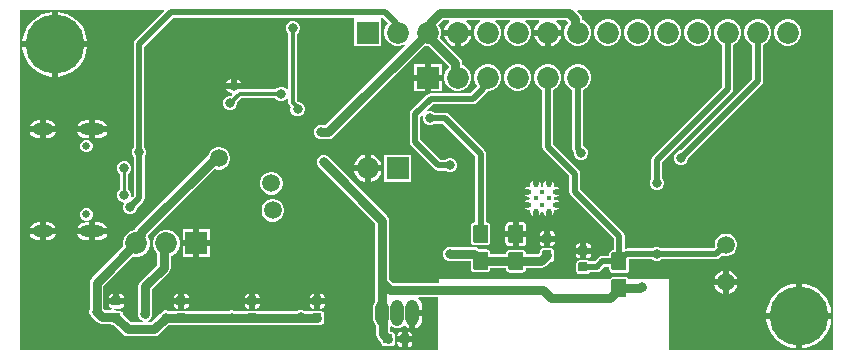
<source format=gbr>
%TF.GenerationSoftware,Altium Limited,Altium Designer,24.0.1 (36)*%
G04 Layer_Physical_Order=2*
G04 Layer_Color=16711680*
%FSLAX45Y45*%
%MOMM*%
%TF.SameCoordinates,A01A54B3-6B64-4A67-9B29-D4FC54FCECB2*%
%TF.FilePolarity,Positive*%
%TF.FileFunction,Copper,L2,Bot,Signal*%
%TF.Part,Single*%
G01*
G75*
%TA.AperFunction,SMDPad,CuDef*%
G04:AMPARAMS|DCode=11|XSize=0.762mm|YSize=0.762mm|CornerRadius=0.0381mm|HoleSize=0mm|Usage=FLASHONLY|Rotation=180.000|XOffset=0mm|YOffset=0mm|HoleType=Round|Shape=RoundedRectangle|*
%AMROUNDEDRECTD11*
21,1,0.76200,0.68580,0,0,180.0*
21,1,0.68580,0.76200,0,0,180.0*
1,1,0.07620,-0.34290,0.34290*
1,1,0.07620,0.34290,0.34290*
1,1,0.07620,0.34290,-0.34290*
1,1,0.07620,-0.34290,-0.34290*
%
%ADD11ROUNDEDRECTD11*%
G04:AMPARAMS|DCode=12|XSize=1.524mm|YSize=1.27mm|CornerRadius=0.09525mm|HoleSize=0mm|Usage=FLASHONLY|Rotation=90.000|XOffset=0mm|YOffset=0mm|HoleType=Round|Shape=RoundedRectangle|*
%AMROUNDEDRECTD12*
21,1,1.52400,1.07950,0,0,90.0*
21,1,1.33350,1.27000,0,0,90.0*
1,1,0.19050,0.53975,0.66675*
1,1,0.19050,0.53975,-0.66675*
1,1,0.19050,-0.53975,-0.66675*
1,1,0.19050,-0.53975,0.66675*
%
%ADD12ROUNDEDRECTD12*%
G04:AMPARAMS|DCode=13|XSize=0.762mm|YSize=0.762mm|CornerRadius=0.0381mm|HoleSize=0mm|Usage=FLASHONLY|Rotation=90.000|XOffset=0mm|YOffset=0mm|HoleType=Round|Shape=RoundedRectangle|*
%AMROUNDEDRECTD13*
21,1,0.76200,0.68580,0,0,90.0*
21,1,0.68580,0.76200,0,0,90.0*
1,1,0.07620,0.34290,0.34290*
1,1,0.07620,0.34290,-0.34290*
1,1,0.07620,-0.34290,-0.34290*
1,1,0.07620,-0.34290,0.34290*
%
%ADD13ROUNDEDRECTD13*%
%TA.AperFunction,Conductor*%
%ADD22C,0.50000*%
%ADD23C,0.75000*%
%ADD24C,0.30000*%
%ADD25C,0.25000*%
%TA.AperFunction,ComponentPad*%
%ADD27O,1.11000X2.22000*%
%ADD28C,1.85000*%
%ADD29R,1.85000X1.85000*%
%ADD30C,0.40000*%
%ADD31C,0.65000*%
%ADD32O,2.10000X1.00000*%
%ADD33O,1.80000X1.00000*%
%ADD34C,5.00000*%
%TA.AperFunction,ViaPad*%
%ADD35C,1.50000*%
%ADD36C,0.80000*%
G36*
X6941373Y2250000D02*
X6941373Y2249999D01*
Y750000D01*
Y58627D01*
X5550000D01*
Y660000D01*
X5213063D01*
X5212587Y662395D01*
X5206061Y672161D01*
X5196295Y678687D01*
X5184775Y680978D01*
X5076825D01*
X5065305Y678687D01*
X5055539Y672161D01*
X5049013Y662395D01*
X5048537Y660000D01*
X3600000D01*
Y628857D01*
X3215794D01*
X3182827Y661824D01*
Y1158240D01*
X3178364Y1180675D01*
X3165655Y1199695D01*
X2678599Y1686751D01*
X2677226Y1690067D01*
X2660347Y1706946D01*
X2638295Y1716080D01*
X2614425D01*
X2592373Y1706946D01*
X2575494Y1690067D01*
X2566360Y1668015D01*
Y1644145D01*
X2575494Y1622093D01*
X2592373Y1605214D01*
X2595689Y1603841D01*
X3065573Y1133956D01*
Y637540D01*
Y481404D01*
X3058251Y471861D01*
X3050643Y453494D01*
X3048049Y433785D01*
Y322785D01*
X3050643Y303076D01*
X3058251Y284709D01*
X3070353Y268938D01*
X3072461Y267320D01*
Y196312D01*
X3076924Y173877D01*
X3089633Y154857D01*
X3116434Y128056D01*
Y118110D01*
X3118282Y108820D01*
X3123544Y100944D01*
X3131420Y95682D01*
X3140710Y93834D01*
X3174699D01*
X3175000Y93774D01*
X3175301Y93834D01*
X3209290D01*
X3218580Y95682D01*
X3226456Y100944D01*
X3231718Y108820D01*
X3233566Y118110D01*
Y152099D01*
X3233626Y152400D01*
X3233566Y152701D01*
Y186690D01*
X3231718Y195980D01*
X3226456Y203856D01*
X3218580Y209118D01*
X3209290Y210966D01*
X3199344D01*
X3189714Y220596D01*
Y258791D01*
X3202414Y265054D01*
X3213124Y256836D01*
X3231491Y249228D01*
X3251200Y246633D01*
X3270909Y249228D01*
X3289276Y256836D01*
X3303156Y267486D01*
X3310229Y269135D01*
X3317899D01*
X3320787Y265372D01*
X3337603Y252468D01*
X3353200Y246008D01*
Y378285D01*
X3378200D01*
Y403285D01*
X3459395D01*
Y433785D01*
X3456628Y454800D01*
X3448517Y474382D01*
X3435613Y491198D01*
X3425572Y498903D01*
X3429883Y511603D01*
X3597000D01*
Y58627D01*
X58626D01*
X58627Y2941373D01*
X1272393Y2941373D01*
X1277253Y2929640D01*
X1030837Y2683223D01*
X1020891Y2668338D01*
X1017399Y2650780D01*
Y1773791D01*
X1012415Y1768807D01*
X1003280Y1746755D01*
Y1722885D01*
X1012415Y1700833D01*
X1020918Y1692329D01*
Y1365205D01*
X1011533Y1355819D01*
X1006481Y1357476D01*
X999800Y1362047D01*
Y1383535D01*
X990666Y1405587D01*
X973787Y1422466D01*
X972937Y1422818D01*
Y1548982D01*
X973787Y1549334D01*
X990666Y1566213D01*
X999800Y1588265D01*
Y1612135D01*
X990666Y1634187D01*
X973787Y1651066D01*
X951735Y1660200D01*
X927865D01*
X905813Y1651066D01*
X888934Y1634187D01*
X879800Y1612135D01*
Y1588265D01*
X888934Y1566213D01*
X905813Y1549334D01*
X906663Y1548982D01*
Y1422818D01*
X905813Y1422466D01*
X888934Y1405587D01*
X879800Y1383535D01*
Y1359665D01*
X888934Y1337613D01*
X905813Y1320734D01*
X927865Y1311600D01*
X930754D01*
X937627Y1298900D01*
X930600Y1281935D01*
Y1258065D01*
X939734Y1236013D01*
X956613Y1219134D01*
X978665Y1210000D01*
X1002535D01*
X1024587Y1219134D01*
X1041466Y1236013D01*
X1050600Y1258065D01*
Y1265114D01*
X1099243Y1313757D01*
X1109189Y1328642D01*
X1112682Y1346200D01*
Y1699369D01*
X1114146Y1700833D01*
X1123280Y1722885D01*
Y1746755D01*
X1114146Y1768807D01*
X1109162Y1773791D01*
Y2631775D01*
X1352505Y2875118D01*
X2887303D01*
X2887500Y2862500D01*
X2887500Y2862418D01*
Y2637500D01*
X3112500D01*
Y2862418D01*
X3112500Y2862500D01*
X3112697Y2875118D01*
X3126706D01*
X3173362Y2828462D01*
X3163978Y2819077D01*
X3149167Y2793423D01*
X3141500Y2764811D01*
Y2735189D01*
X3149167Y2706577D01*
X3163978Y2680924D01*
X3184924Y2659978D01*
X3210577Y2645167D01*
X3239189Y2637500D01*
X3268811D01*
X3297423Y2645167D01*
X3308952Y2651823D01*
X3316750Y2641660D01*
X2639673Y1964583D01*
X2616441D01*
X2615435Y1965000D01*
X2591565D01*
X2569513Y1955866D01*
X2552634Y1938987D01*
X2543500Y1916935D01*
Y1893065D01*
X2552634Y1871013D01*
X2569513Y1854134D01*
X2591565Y1845000D01*
X2615435D01*
X2621060Y1847330D01*
X2663957D01*
X2686392Y1851793D01*
X2705412Y1864501D01*
X3481534Y2640623D01*
X3493189Y2637500D01*
X3512190D01*
X3684217Y2465473D01*
Y2450316D01*
X3671978Y2438077D01*
X3657167Y2412423D01*
X3649500Y2383811D01*
Y2354189D01*
X3657167Y2325577D01*
X3671978Y2299924D01*
X3692924Y2278978D01*
X3718577Y2264167D01*
X3747189Y2256500D01*
X3776811D01*
X3805423Y2264167D01*
X3831077Y2278978D01*
X3852023Y2299924D01*
X3866833Y2325577D01*
X3874500Y2354189D01*
Y2383811D01*
X3866833Y2412423D01*
X3852023Y2438077D01*
X3831077Y2459023D01*
X3805423Y2473833D01*
X3801470Y2474893D01*
Y2489757D01*
X3797007Y2512192D01*
X3784299Y2531212D01*
X3611406Y2704105D01*
X3612833Y2706577D01*
X3620500Y2735189D01*
Y2764811D01*
X3612833Y2793423D01*
X3598924Y2817514D01*
X3637784Y2856373D01*
X3686709D01*
X3689399Y2846333D01*
X3689503Y2843673D01*
X3667977Y2822147D01*
X3652508Y2795353D01*
X3647054Y2775000D01*
X3876946D01*
X3871493Y2795353D01*
X3856024Y2822147D01*
X3834497Y2843673D01*
X3834601Y2846333D01*
X3837291Y2856373D01*
X3949844D01*
X3953247Y2843673D01*
X3946924Y2840023D01*
X3925978Y2819077D01*
X3911167Y2793423D01*
X3903500Y2764811D01*
Y2735189D01*
X3911167Y2706577D01*
X3925978Y2680924D01*
X3946924Y2659978D01*
X3972577Y2645167D01*
X4001189Y2637500D01*
X4030811D01*
X4059423Y2645167D01*
X4085077Y2659978D01*
X4106023Y2680924D01*
X4120833Y2706577D01*
X4128500Y2735189D01*
Y2764811D01*
X4120833Y2793423D01*
X4106023Y2819077D01*
X4085077Y2840023D01*
X4078754Y2843673D01*
X4082156Y2856373D01*
X4203844D01*
X4207247Y2843673D01*
X4200924Y2840023D01*
X4179978Y2819077D01*
X4165167Y2793423D01*
X4157500Y2764811D01*
Y2735189D01*
X4165167Y2706577D01*
X4179978Y2680924D01*
X4200924Y2659978D01*
X4226577Y2645167D01*
X4255189Y2637500D01*
X4284811D01*
X4313423Y2645167D01*
X4339077Y2659978D01*
X4360023Y2680924D01*
X4374833Y2706577D01*
X4382500Y2735189D01*
Y2764811D01*
X4374833Y2793423D01*
X4360023Y2819077D01*
X4339077Y2840023D01*
X4332754Y2843673D01*
X4336156Y2856373D01*
X4448709D01*
X4451399Y2846333D01*
X4451503Y2843673D01*
X4429977Y2822147D01*
X4414508Y2795353D01*
X4409054Y2775000D01*
X4638946D01*
X4633493Y2795353D01*
X4618024Y2822147D01*
X4596497Y2843673D01*
X4596601Y2846333D01*
X4599291Y2856373D01*
X4680717D01*
X4698326Y2838764D01*
Y2829425D01*
X4687978Y2819077D01*
X4673167Y2793423D01*
X4665500Y2764811D01*
Y2735189D01*
X4673167Y2706577D01*
X4687978Y2680924D01*
X4708924Y2659978D01*
X4734577Y2645167D01*
X4763189Y2637500D01*
X4792811D01*
X4821423Y2645167D01*
X4847077Y2659978D01*
X4868023Y2680924D01*
X4882833Y2706577D01*
X4890500Y2735189D01*
Y2764811D01*
X4882833Y2793423D01*
X4868023Y2819077D01*
X4847077Y2840023D01*
X4821423Y2854833D01*
X4815579Y2856399D01*
Y2863047D01*
X4811116Y2885483D01*
X4798408Y2904502D01*
X4773270Y2929640D01*
X4778130Y2941373D01*
X6941373D01*
Y2250000D01*
D02*
G37*
%LPC*%
G36*
X375000Y2924468D02*
Y2675000D01*
X624468D01*
X618229Y2714396D01*
X604852Y2755563D01*
X585201Y2794131D01*
X559758Y2829150D01*
X529151Y2859758D01*
X494132Y2885201D01*
X455563Y2904852D01*
X414396Y2918228D01*
X375000Y2924468D01*
D02*
G37*
G36*
X325000D02*
X285604Y2918228D01*
X244437Y2904852D01*
X205869Y2885201D01*
X170850Y2859758D01*
X140242Y2829150D01*
X114799Y2794131D01*
X95148Y2755563D01*
X81771Y2714396D01*
X75532Y2675000D01*
X325000D01*
Y2924468D01*
D02*
G37*
G36*
X6570811Y2862500D02*
X6541189D01*
X6512577Y2854833D01*
X6486924Y2840023D01*
X6465978Y2819077D01*
X6451167Y2793423D01*
X6443500Y2764811D01*
Y2735189D01*
X6451167Y2706577D01*
X6465978Y2680924D01*
X6486924Y2659978D01*
X6512577Y2645167D01*
X6541189Y2637500D01*
X6570811D01*
X6599423Y2645167D01*
X6625077Y2659978D01*
X6646023Y2680924D01*
X6660833Y2706577D01*
X6668500Y2735189D01*
Y2764811D01*
X6660833Y2793423D01*
X6646023Y2819077D01*
X6625077Y2840023D01*
X6599423Y2854833D01*
X6570811Y2862500D01*
D02*
G37*
G36*
X5808811D02*
X5779189D01*
X5750577Y2854833D01*
X5724924Y2840023D01*
X5703978Y2819077D01*
X5689167Y2793423D01*
X5681500Y2764811D01*
Y2735189D01*
X5689167Y2706577D01*
X5703978Y2680924D01*
X5724924Y2659978D01*
X5750577Y2645167D01*
X5779189Y2637500D01*
X5808811D01*
X5837423Y2645167D01*
X5863077Y2659978D01*
X5884023Y2680924D01*
X5898833Y2706577D01*
X5906500Y2735189D01*
Y2764811D01*
X5898833Y2793423D01*
X5884023Y2819077D01*
X5863077Y2840023D01*
X5837423Y2854833D01*
X5808811Y2862500D01*
D02*
G37*
G36*
X5554811D02*
X5525189D01*
X5496577Y2854833D01*
X5470924Y2840023D01*
X5449978Y2819077D01*
X5435167Y2793423D01*
X5427500Y2764811D01*
Y2735189D01*
X5435167Y2706577D01*
X5449978Y2680924D01*
X5470924Y2659978D01*
X5496577Y2645167D01*
X5525189Y2637500D01*
X5554811D01*
X5583423Y2645167D01*
X5609077Y2659978D01*
X5630023Y2680924D01*
X5644833Y2706577D01*
X5652500Y2735189D01*
Y2764811D01*
X5644833Y2793423D01*
X5630023Y2819077D01*
X5609077Y2840023D01*
X5583423Y2854833D01*
X5554811Y2862500D01*
D02*
G37*
G36*
X5300811D02*
X5271189D01*
X5242577Y2854833D01*
X5216924Y2840023D01*
X5195978Y2819077D01*
X5181167Y2793423D01*
X5173500Y2764811D01*
Y2735189D01*
X5181167Y2706577D01*
X5195978Y2680924D01*
X5216924Y2659978D01*
X5242577Y2645167D01*
X5271189Y2637500D01*
X5300811D01*
X5329423Y2645167D01*
X5355077Y2659978D01*
X5376023Y2680924D01*
X5390833Y2706577D01*
X5398500Y2735189D01*
Y2764811D01*
X5390833Y2793423D01*
X5376023Y2819077D01*
X5355077Y2840023D01*
X5329423Y2854833D01*
X5300811Y2862500D01*
D02*
G37*
G36*
X5046811D02*
X5017189D01*
X4988577Y2854833D01*
X4962924Y2840023D01*
X4941978Y2819077D01*
X4927167Y2793423D01*
X4919500Y2764811D01*
Y2735189D01*
X4927167Y2706577D01*
X4941978Y2680924D01*
X4962924Y2659978D01*
X4988577Y2645167D01*
X5017189Y2637500D01*
X5046811D01*
X5075423Y2645167D01*
X5101077Y2659978D01*
X5122023Y2680924D01*
X5136833Y2706577D01*
X5144500Y2735189D01*
Y2764811D01*
X5136833Y2793423D01*
X5122023Y2819077D01*
X5101077Y2840023D01*
X5075423Y2854833D01*
X5046811Y2862500D01*
D02*
G37*
G36*
X4638946Y2725000D02*
X4549000D01*
Y2635054D01*
X4569353Y2640508D01*
X4596147Y2655977D01*
X4618024Y2677853D01*
X4633493Y2704647D01*
X4638946Y2725000D01*
D02*
G37*
G36*
X4499000D02*
X4409054D01*
X4414508Y2704647D01*
X4429977Y2677853D01*
X4451853Y2655977D01*
X4478647Y2640508D01*
X4499000Y2635054D01*
Y2725000D01*
D02*
G37*
G36*
X3876946D02*
X3787000D01*
Y2635054D01*
X3807353Y2640508D01*
X3834147Y2655977D01*
X3856024Y2677853D01*
X3871493Y2704647D01*
X3876946Y2725000D01*
D02*
G37*
G36*
X3737000D02*
X3647054D01*
X3652508Y2704647D01*
X3667977Y2677853D01*
X3689853Y2655977D01*
X3716647Y2640508D01*
X3737000Y2635054D01*
Y2725000D01*
D02*
G37*
G36*
X3625500Y2486500D02*
X3533000D01*
Y2394000D01*
X3625500D01*
Y2486500D01*
D02*
G37*
G36*
X3483000D02*
X3390500D01*
Y2394000D01*
X3483000D01*
Y2486500D01*
D02*
G37*
G36*
X624468Y2625000D02*
X375000D01*
Y2375531D01*
X414396Y2381771D01*
X455563Y2395147D01*
X494132Y2414799D01*
X529151Y2440241D01*
X559758Y2470849D01*
X585201Y2505868D01*
X604852Y2544436D01*
X618229Y2585604D01*
X624468Y2625000D01*
D02*
G37*
G36*
X325000D02*
X75532D01*
X81771Y2585604D01*
X95148Y2544436D01*
X114799Y2505868D01*
X140242Y2470849D01*
X170850Y2440241D01*
X205869Y2414799D01*
X244437Y2395147D01*
X285604Y2381771D01*
X325000Y2375531D01*
Y2625000D01*
D02*
G37*
G36*
X1889330Y2358764D02*
Y2323170D01*
X1924924D01*
X1924900Y2323259D01*
X1916343Y2338081D01*
X1904241Y2350183D01*
X1889419Y2358740D01*
X1889330Y2358764D01*
D02*
G37*
G36*
X1839330D02*
X1839241Y2358740D01*
X1824420Y2350183D01*
X1812317Y2338081D01*
X1803760Y2323259D01*
X1803736Y2323170D01*
X1839330D01*
Y2358764D01*
D02*
G37*
G36*
X2376675Y2848920D02*
X2352805D01*
X2330753Y2839786D01*
X2313874Y2822907D01*
X2304740Y2800855D01*
Y2776985D01*
X2313874Y2754933D01*
X2329054Y2739753D01*
Y2273272D01*
X2328969Y2273215D01*
X2316354Y2269378D01*
X2302207Y2283526D01*
X2280155Y2292660D01*
X2256285D01*
X2234233Y2283526D01*
X2219053Y2268346D01*
X1936057D01*
X1932629Y2273170D01*
X1803736D01*
X1803760Y2273081D01*
X1812317Y2258259D01*
X1824420Y2246157D01*
X1839241Y2237600D01*
X1848144Y2235214D01*
X1851643Y2223480D01*
X1843622Y2213920D01*
X1824485D01*
X1802433Y2204786D01*
X1785554Y2187907D01*
X1776420Y2165855D01*
Y2141985D01*
X1785554Y2119933D01*
X1802433Y2103054D01*
X1824485Y2093920D01*
X1848355D01*
X1870407Y2103054D01*
X1887286Y2119933D01*
X1896420Y2141985D01*
Y2163453D01*
X1929942Y2196974D01*
X2219053D01*
X2234233Y2181794D01*
X2256285Y2172660D01*
X2280155D01*
X2302207Y2181794D01*
X2316354Y2195942D01*
X2328969Y2192105D01*
X2329054Y2192048D01*
Y2157290D01*
X2331771Y2143634D01*
X2339506Y2132056D01*
X2348639Y2122923D01*
X2345380Y2115055D01*
Y2091185D01*
X2354514Y2069133D01*
X2371393Y2052254D01*
X2393445Y2043120D01*
X2417315D01*
X2439367Y2052254D01*
X2456246Y2069133D01*
X2465380Y2091185D01*
Y2115055D01*
X2456246Y2137107D01*
X2439367Y2153986D01*
X2417315Y2163120D01*
X2409377D01*
X2400426Y2172072D01*
Y2739753D01*
X2415606Y2754933D01*
X2424740Y2776985D01*
Y2800855D01*
X2415606Y2822907D01*
X2398727Y2839786D01*
X2376675Y2848920D01*
D02*
G37*
G36*
X4284811Y2481500D02*
X4255189D01*
X4226577Y2473833D01*
X4200924Y2459023D01*
X4179978Y2438077D01*
X4165167Y2412423D01*
X4157500Y2383811D01*
Y2354189D01*
X4165167Y2325577D01*
X4179978Y2299924D01*
X4200924Y2278978D01*
X4226577Y2264167D01*
X4255189Y2256500D01*
X4284811D01*
X4313423Y2264167D01*
X4339077Y2278978D01*
X4360023Y2299924D01*
X4374833Y2325577D01*
X4382500Y2354189D01*
Y2383811D01*
X4374833Y2412423D01*
X4360023Y2438077D01*
X4339077Y2459023D01*
X4313423Y2473833D01*
X4284811Y2481500D01*
D02*
G37*
G36*
X3625500Y2344000D02*
X3533000D01*
Y2251500D01*
X3625500D01*
Y2344000D01*
D02*
G37*
G36*
X3483000D02*
X3390500D01*
Y2251500D01*
X3483000D01*
Y2344000D01*
D02*
G37*
G36*
X723000Y2007647D02*
X693000D01*
Y1957000D01*
X793824D01*
X788512Y1969823D01*
X776491Y1985491D01*
X760824Y1997512D01*
X742579Y2005069D01*
X723000Y2007647D01*
D02*
G37*
G36*
X643000D02*
X613000D01*
X593421Y2005069D01*
X575176Y1997512D01*
X559509Y1985491D01*
X547488Y1969823D01*
X542176Y1957000D01*
X643000D01*
Y2007647D01*
D02*
G37*
G36*
X290000D02*
X275000D01*
Y1957000D01*
X360824D01*
X355512Y1969823D01*
X343491Y1985491D01*
X327823Y1997512D01*
X309579Y2005069D01*
X290000Y2007647D01*
D02*
G37*
G36*
X225000D02*
X210000D01*
X190421Y2005069D01*
X172177Y1997512D01*
X156509Y1985491D01*
X144488Y1969823D01*
X139176Y1957000D01*
X225000D01*
Y2007647D01*
D02*
G37*
G36*
X793824Y1907000D02*
X693000D01*
Y1856353D01*
X723000D01*
X742579Y1858930D01*
X760824Y1866488D01*
X776491Y1878509D01*
X788512Y1894177D01*
X793824Y1907000D01*
D02*
G37*
G36*
X643000D02*
X542176D01*
X547488Y1894177D01*
X559509Y1878509D01*
X575176Y1866488D01*
X593421Y1858930D01*
X613000Y1856353D01*
X643000D01*
Y1907000D01*
D02*
G37*
G36*
X360824D02*
X275000D01*
Y1856353D01*
X290000D01*
X309579Y1858930D01*
X327823Y1866488D01*
X343491Y1878509D01*
X355512Y1894177D01*
X360824Y1907000D01*
D02*
G37*
G36*
X225000D02*
X139176D01*
X144488Y1894177D01*
X156509Y1878509D01*
X172177Y1866488D01*
X190421Y1858930D01*
X210000Y1856353D01*
X225000D01*
Y1907000D01*
D02*
G37*
G36*
X628443Y1841500D02*
X607557D01*
X588261Y1833507D01*
X573493Y1818739D01*
X565500Y1799443D01*
Y1778557D01*
X573493Y1759261D01*
X588261Y1744493D01*
X607557Y1736500D01*
X628443D01*
X647739Y1744493D01*
X662507Y1759261D01*
X670500Y1778557D01*
Y1799443D01*
X662507Y1818739D01*
X647739Y1833507D01*
X628443Y1841500D01*
D02*
G37*
G36*
X4792811Y2481500D02*
X4763189D01*
X4734577Y2473833D01*
X4708924Y2459023D01*
X4687978Y2438077D01*
X4673167Y2412423D01*
X4665500Y2383811D01*
Y2354189D01*
X4673167Y2325577D01*
X4687978Y2299924D01*
X4708924Y2278978D01*
X4732119Y2265586D01*
Y1767518D01*
X4735611Y1749960D01*
X4743400Y1738303D01*
Y1722065D01*
X4752535Y1700013D01*
X4769413Y1683135D01*
X4791465Y1674000D01*
X4815335D01*
X4837387Y1683135D01*
X4854266Y1700013D01*
X4863400Y1722065D01*
Y1745935D01*
X4854266Y1767987D01*
X4837387Y1784866D01*
X4823882Y1790460D01*
Y2265586D01*
X4847077Y2278978D01*
X4868023Y2299924D01*
X4882833Y2325577D01*
X4890500Y2354189D01*
Y2383811D01*
X4882833Y2412423D01*
X4868023Y2438077D01*
X4847077Y2459023D01*
X4821423Y2473833D01*
X4792811Y2481500D01*
D02*
G37*
G36*
X6316811Y2862500D02*
X6287189D01*
X6258577Y2854833D01*
X6232924Y2840023D01*
X6211978Y2819077D01*
X6197167Y2793423D01*
X6189500Y2764811D01*
Y2735189D01*
X6197167Y2706577D01*
X6211978Y2680924D01*
X6232924Y2659978D01*
X6256119Y2646586D01*
Y2358605D01*
X5649154Y1751640D01*
X5642105D01*
X5620053Y1742506D01*
X5603174Y1725627D01*
X5594040Y1703575D01*
Y1679705D01*
X5603174Y1657653D01*
X5620053Y1640774D01*
X5642105Y1631640D01*
X5665975D01*
X5688027Y1640774D01*
X5704906Y1657653D01*
X5714040Y1679705D01*
Y1686754D01*
X6334443Y2307157D01*
X6344389Y2322042D01*
X6347882Y2339600D01*
Y2646586D01*
X6371077Y2659978D01*
X6392023Y2680924D01*
X6406833Y2706577D01*
X6414500Y2735189D01*
Y2764811D01*
X6406833Y2793423D01*
X6392023Y2819077D01*
X6371077Y2840023D01*
X6345423Y2854833D01*
X6316811Y2862500D01*
D02*
G37*
G36*
X3025000Y1714946D02*
Y1625000D01*
X3114946D01*
X3109493Y1645353D01*
X3094024Y1672147D01*
X3072147Y1694024D01*
X3045353Y1709493D01*
X3025000Y1714946D01*
D02*
G37*
G36*
X2975000Y1714946D02*
X2954647Y1709493D01*
X2927853Y1694024D01*
X2905977Y1672147D01*
X2890508Y1645353D01*
X2885054Y1625000D01*
X2975000D01*
Y1714946D01*
D02*
G37*
G36*
X1752987Y1779020D02*
X1727973D01*
X1703812Y1772546D01*
X1682149Y1760039D01*
X1664461Y1742351D01*
X1651955Y1720688D01*
X1649706Y1712296D01*
X1041962Y1104552D01*
X1029253Y1085532D01*
X1027695Y1077700D01*
X1026589D01*
X997977Y1070033D01*
X972323Y1055222D01*
X951378Y1034277D01*
X936567Y1008623D01*
X928900Y980011D01*
Y950389D01*
X932023Y938733D01*
X662245Y668955D01*
X649536Y649935D01*
X645073Y627500D01*
Y402064D01*
X643700Y398749D01*
Y374879D01*
X652834Y352827D01*
X669713Y335949D01*
X673029Y334575D01*
X706179Y301425D01*
X725199Y288716D01*
X747634Y284253D01*
X821796D01*
X827920Y280161D01*
X837210Y278314D01*
X847156D01*
X928165Y197305D01*
X947185Y184596D01*
X969620Y180133D01*
X1189780D01*
X1212215Y184596D01*
X1231235Y197305D01*
X1312184Y278253D01*
X1831449D01*
X1834765Y276880D01*
X1858635D01*
X1861950Y278253D01*
X2423547D01*
X2430900Y279716D01*
X2438253Y278253D01*
X2571500D01*
X2571802Y278314D01*
X2605790D01*
X2615080Y280161D01*
X2622956Y285424D01*
X2628218Y293300D01*
X2630066Y302590D01*
Y336577D01*
X2630126Y336880D01*
X2630066Y337182D01*
Y371170D01*
X2628218Y380460D01*
X2622956Y388336D01*
X2615080Y393598D01*
X2605790Y395446D01*
X2571802D01*
X2571500Y395506D01*
X2460636D01*
X2442835Y402880D01*
X2418965D01*
X2401164Y395506D01*
X1861950D01*
X1858635Y396880D01*
X1834765D01*
X1831449Y395506D01*
X1303150D01*
X1299835Y396880D01*
X1275965D01*
X1253913Y387745D01*
X1237034Y370867D01*
X1235661Y367551D01*
X1165496Y297387D01*
X1142506D01*
X1139980Y310087D01*
X1151587Y314894D01*
X1168466Y331773D01*
X1177600Y353825D01*
Y377695D01*
X1176227Y381010D01*
Y577696D01*
X1317275Y718745D01*
X1329984Y737765D01*
X1334446Y760200D01*
Y859194D01*
X1338823Y860367D01*
X1364477Y875178D01*
X1385422Y896123D01*
X1400233Y921777D01*
X1407900Y950389D01*
Y980011D01*
X1400233Y1008623D01*
X1385422Y1034277D01*
X1364477Y1055222D01*
X1338823Y1070033D01*
X1310211Y1077700D01*
X1280589D01*
X1251977Y1070033D01*
X1226323Y1055222D01*
X1205378Y1034277D01*
X1190567Y1008623D01*
X1182900Y980011D01*
Y950389D01*
X1190567Y921777D01*
X1205378Y896123D01*
X1217193Y884308D01*
Y784484D01*
X1076145Y643435D01*
X1063436Y624415D01*
X1058973Y601980D01*
Y381010D01*
X1057600Y377695D01*
Y353825D01*
X1066734Y331773D01*
X1083613Y314894D01*
X1095220Y310087D01*
X1092694Y297387D01*
X993904D01*
X930066Y361224D01*
Y371170D01*
X928218Y380460D01*
X922956Y388336D01*
X915080Y393598D01*
X905790Y395446D01*
X874219D01*
X870900Y396106D01*
X868403D01*
X867000Y397044D01*
X851054Y400216D01*
X852305Y412916D01*
X905790D01*
X917031Y415152D01*
X926561Y421519D01*
X932928Y431049D01*
X935164Y442290D01*
Y451580D01*
X871500D01*
X807836D01*
Y442290D01*
X810072Y431049D01*
X816439Y421519D01*
X825969Y415152D01*
X830720Y414206D01*
X829470Y401506D01*
X771918D01*
X762326Y411098D01*
Y603216D01*
X1014933Y855823D01*
X1026589Y852700D01*
X1056211D01*
X1084823Y860367D01*
X1110477Y875178D01*
X1131422Y896123D01*
X1146233Y921777D01*
X1153900Y950389D01*
Y980011D01*
X1146233Y1008623D01*
X1138921Y1021288D01*
X1142043Y1036982D01*
Y1038813D01*
X1700587Y1597356D01*
X1703812Y1595494D01*
X1727973Y1589020D01*
X1752987D01*
X1777149Y1595494D01*
X1798811Y1608001D01*
X1816499Y1625689D01*
X1829006Y1647352D01*
X1835480Y1671513D01*
Y1696527D01*
X1829006Y1720688D01*
X1816499Y1742351D01*
X1798811Y1760039D01*
X1777149Y1772546D01*
X1752987Y1779020D01*
D02*
G37*
G36*
X3366500Y1712500D02*
X3141500D01*
Y1487500D01*
X3366500D01*
Y1712500D01*
D02*
G37*
G36*
X2975000Y1575000D02*
X2885054D01*
X2890508Y1554647D01*
X2905977Y1527853D01*
X2927853Y1505977D01*
X2954647Y1490508D01*
X2975000Y1485054D01*
Y1575000D01*
D02*
G37*
G36*
X3114946D02*
X3025000D01*
Y1485054D01*
X3045353Y1490508D01*
X3072147Y1505977D01*
X3094024Y1527853D01*
X3109493Y1554647D01*
X3114946Y1575000D01*
D02*
G37*
G36*
X4445999Y1494352D02*
Y1456000D01*
X4396000D01*
Y1494352D01*
X4395510Y1494149D01*
X4382851Y1481490D01*
X4376000Y1464951D01*
Y1457733D01*
X4375037Y1446963D01*
X4364267Y1446000D01*
X4357049D01*
X4340509Y1439149D01*
X4327851Y1426490D01*
X4327648Y1426000D01*
X4365999D01*
Y1376000D01*
X4327648D01*
X4327851Y1375510D01*
X4340509Y1362851D01*
X4357049Y1356000D01*
X4364267D01*
X4367114Y1355746D01*
X4372598Y1346000D01*
X4367114Y1336255D01*
X4364267Y1336000D01*
X4357049D01*
X4340509Y1329149D01*
X4327851Y1316490D01*
X4327647Y1315999D01*
X4365999D01*
Y1266000D01*
X4327648D01*
X4327851Y1265510D01*
X4340509Y1252851D01*
X4357049Y1246000D01*
X4364267D01*
X4375037Y1245037D01*
X4376000Y1234267D01*
Y1227049D01*
X4382851Y1210510D01*
X4395510Y1197851D01*
X4396000Y1197648D01*
Y1236000D01*
X4445999D01*
Y1197648D01*
X4446490Y1197851D01*
X4459149Y1210510D01*
X4466000Y1227049D01*
Y1234267D01*
X4466305Y1237674D01*
X4472597Y1241559D01*
X4485935Y1234999D01*
X4486000Y1234267D01*
Y1227049D01*
X4492851Y1210510D01*
X4505510Y1197851D01*
X4506000Y1197648D01*
Y1236000D01*
X4556000D01*
Y1197648D01*
X4556491Y1197851D01*
X4569149Y1210510D01*
X4576000Y1227049D01*
Y1234267D01*
X4576963Y1245037D01*
X4587733Y1246000D01*
X4594951D01*
X4611490Y1252851D01*
X4624149Y1265510D01*
X4624352Y1266000D01*
X4586000D01*
Y1315999D01*
X4624352D01*
X4624149Y1316490D01*
X4611490Y1329149D01*
X4594951Y1336000D01*
X4587733D01*
X4576963Y1336963D01*
X4576155Y1346000D01*
X4576963Y1355037D01*
X4587733Y1356000D01*
X4594951D01*
X4611490Y1362851D01*
X4624149Y1375510D01*
X4624352Y1376000D01*
X4586000D01*
Y1426000D01*
X4624352D01*
X4624149Y1426490D01*
X4611490Y1439149D01*
X4594951Y1446000D01*
X4587733D01*
X4576963Y1446963D01*
X4576000Y1457733D01*
Y1464951D01*
X4569149Y1481490D01*
X4556491Y1494149D01*
X4556000Y1494352D01*
Y1456000D01*
X4506000D01*
Y1494352D01*
X4505510Y1494149D01*
X4492851Y1481490D01*
X4486000Y1464951D01*
Y1457733D01*
X4485037Y1446963D01*
X4476000Y1446155D01*
X4466963Y1446963D01*
X4466000Y1457733D01*
Y1464951D01*
X4459149Y1481490D01*
X4446490Y1494149D01*
X4445999Y1494352D01*
D02*
G37*
G36*
X6062811Y2862500D02*
X6033189D01*
X6004577Y2854833D01*
X5978924Y2840023D01*
X5957978Y2819077D01*
X5943167Y2793423D01*
X5935500Y2764811D01*
Y2735189D01*
X5943167Y2706577D01*
X5957978Y2680924D01*
X5978924Y2659978D01*
X6002119Y2646586D01*
Y2292565D01*
X5414557Y1705003D01*
X5404611Y1690118D01*
X5401118Y1672560D01*
Y1514971D01*
X5396134Y1509987D01*
X5387000Y1487935D01*
Y1464065D01*
X5396134Y1442013D01*
X5413013Y1425135D01*
X5435065Y1416000D01*
X5458935D01*
X5480987Y1425135D01*
X5497866Y1442013D01*
X5507000Y1464065D01*
Y1487935D01*
X5497866Y1509987D01*
X5492882Y1514971D01*
Y1653555D01*
X6080443Y2241117D01*
X6090389Y2256002D01*
X6093882Y2273560D01*
Y2646586D01*
X6117077Y2659978D01*
X6138023Y2680924D01*
X6152833Y2706577D01*
X6160500Y2735189D01*
Y2764811D01*
X6152833Y2793423D01*
X6138023Y2819077D01*
X6117077Y2840023D01*
X6091423Y2854833D01*
X6062811Y2862500D01*
D02*
G37*
G36*
X2196907Y1568200D02*
X2171893D01*
X2147732Y1561726D01*
X2126069Y1549219D01*
X2108381Y1531531D01*
X2095874Y1509868D01*
X2089400Y1485707D01*
Y1460693D01*
X2095874Y1436532D01*
X2108381Y1414869D01*
X2126069Y1397181D01*
X2147732Y1384674D01*
X2171893Y1378200D01*
X2196907D01*
X2221068Y1384674D01*
X2242731Y1397181D01*
X2260419Y1414869D01*
X2272926Y1436532D01*
X2279400Y1460693D01*
Y1485707D01*
X2272926Y1509868D01*
X2260419Y1531531D01*
X2242731Y1549219D01*
X2221068Y1561726D01*
X2196907Y1568200D01*
D02*
G37*
G36*
X628443Y1263500D02*
X607557D01*
X588261Y1255508D01*
X573493Y1240739D01*
X565500Y1221443D01*
Y1200557D01*
X573493Y1181261D01*
X588261Y1166493D01*
X607557Y1158500D01*
X628443D01*
X647739Y1166493D01*
X662507Y1181261D01*
X670500Y1200557D01*
Y1221443D01*
X662507Y1240739D01*
X647739Y1255508D01*
X628443Y1263500D01*
D02*
G37*
G36*
X2208307Y1339600D02*
X2183293D01*
X2159132Y1333126D01*
X2137469Y1320619D01*
X2119781Y1302931D01*
X2107274Y1281268D01*
X2100800Y1257107D01*
Y1232093D01*
X2107274Y1207932D01*
X2119781Y1186269D01*
X2137469Y1168581D01*
X2159132Y1156074D01*
X2183293Y1149600D01*
X2208307D01*
X2232468Y1156074D01*
X2254131Y1168581D01*
X2271819Y1186269D01*
X2284326Y1207932D01*
X2290800Y1232093D01*
Y1257107D01*
X2284326Y1281268D01*
X2271819Y1302931D01*
X2254131Y1320619D01*
X2232468Y1333126D01*
X2208307Y1339600D01*
D02*
G37*
G36*
X723000Y1143647D02*
X693000D01*
Y1093000D01*
X793824D01*
X788512Y1105824D01*
X776491Y1121491D01*
X760824Y1133512D01*
X742579Y1141070D01*
X723000Y1143647D01*
D02*
G37*
G36*
X643000D02*
X613000D01*
X593421Y1141070D01*
X575176Y1133512D01*
X559509Y1121491D01*
X547488Y1105824D01*
X542176Y1093000D01*
X643000D01*
Y1143647D01*
D02*
G37*
G36*
X290000D02*
X275000D01*
Y1093000D01*
X360824D01*
X355512Y1105824D01*
X343491Y1121491D01*
X327823Y1133512D01*
X309579Y1141070D01*
X290000Y1143647D01*
D02*
G37*
G36*
X225000D02*
X210000D01*
X190421Y1141070D01*
X172177Y1133512D01*
X156509Y1121491D01*
X144488Y1105824D01*
X139176Y1093000D01*
X225000D01*
Y1143647D01*
D02*
G37*
G36*
X4308475Y1145816D02*
X4279500D01*
Y1068940D01*
X4343676D01*
Y1110615D01*
X4340997Y1124086D01*
X4333366Y1135506D01*
X4321946Y1143137D01*
X4308475Y1145816D01*
D02*
G37*
G36*
X4229500D02*
X4200525D01*
X4187054Y1143137D01*
X4175634Y1135506D01*
X4168003Y1124086D01*
X4165324Y1110615D01*
Y1068940D01*
X4229500D01*
Y1145816D01*
D02*
G37*
G36*
X4552950Y1069504D02*
X4543660D01*
Y1030840D01*
X4582324D01*
Y1040130D01*
X4580088Y1051371D01*
X4573721Y1060901D01*
X4564191Y1067268D01*
X4552950Y1069504D01*
D02*
G37*
G36*
X4493660D02*
X4484370D01*
X4473129Y1067268D01*
X4463599Y1060901D01*
X4457232Y1051371D01*
X4454996Y1040130D01*
Y1030840D01*
X4493660D01*
Y1069504D01*
D02*
G37*
G36*
X793824Y1043000D02*
X693000D01*
Y992353D01*
X723000D01*
X742579Y994931D01*
X760824Y1002488D01*
X776491Y1014510D01*
X788512Y1030177D01*
X793824Y1043000D01*
D02*
G37*
G36*
X643000D02*
X542176D01*
X547488Y1030177D01*
X559509Y1014510D01*
X575176Y1002488D01*
X593421Y994931D01*
X613000Y992353D01*
X643000D01*
Y1043000D01*
D02*
G37*
G36*
X360824D02*
X275000D01*
Y992353D01*
X290000D01*
X309579Y994931D01*
X327823Y1002488D01*
X343491Y1014510D01*
X355512Y1030177D01*
X360824Y1043000D01*
D02*
G37*
G36*
X225000D02*
X139176D01*
X144488Y1030177D01*
X156509Y1014510D01*
X172177Y1002488D01*
X190421Y994931D01*
X210000Y992353D01*
X225000D01*
Y1043000D01*
D02*
G37*
G36*
X1666900Y1082700D02*
X1574400D01*
Y990200D01*
X1666900D01*
Y1082700D01*
D02*
G37*
G36*
X1524400D02*
X1431900D01*
Y990200D01*
X1524400D01*
Y1082700D01*
D02*
G37*
G36*
X4030811Y2481500D02*
X4001189D01*
X3972577Y2473833D01*
X3946924Y2459023D01*
X3925978Y2438077D01*
X3911167Y2412423D01*
X3903500Y2383811D01*
Y2354189D01*
X3911167Y2325577D01*
X3925978Y2299924D01*
X3929372Y2296529D01*
X3928808Y2293694D01*
X3872195Y2237082D01*
X3533400D01*
X3515842Y2233589D01*
X3500957Y2223643D01*
X3367557Y2090243D01*
X3357611Y2075358D01*
X3354119Y2057800D01*
Y1825000D01*
X3357611Y1807442D01*
X3367557Y1792557D01*
X3566557Y1593557D01*
X3581442Y1583611D01*
X3599000Y1580119D01*
X3658029D01*
X3663013Y1575135D01*
X3685065Y1566000D01*
X3708935D01*
X3730987Y1575135D01*
X3747866Y1592013D01*
X3757000Y1614065D01*
Y1637935D01*
X3747866Y1659987D01*
X3730987Y1676866D01*
X3708935Y1686000D01*
X3685065D01*
X3663013Y1676866D01*
X3658029Y1671882D01*
X3618005D01*
X3445882Y1844005D01*
Y2038795D01*
X3456368Y2049282D01*
X3467135Y2042088D01*
X3465000Y2036935D01*
Y2013065D01*
X3474135Y1991013D01*
X3491013Y1974134D01*
X3513065Y1965000D01*
X3536935D01*
X3558987Y1974134D01*
X3563971Y1979118D01*
X3635995D01*
X3908919Y1706195D01*
Y1143378D01*
X3900825D01*
X3889305Y1141087D01*
X3879539Y1134561D01*
X3873013Y1124795D01*
X3870722Y1113275D01*
Y979925D01*
X3873013Y968405D01*
X3879539Y958639D01*
X3889305Y952113D01*
X3900825Y949822D01*
X4008775D01*
X4020295Y952113D01*
X4030061Y958639D01*
X4036587Y968405D01*
X4038878Y979925D01*
Y1113275D01*
X4036587Y1124795D01*
X4030061Y1134561D01*
X4020295Y1141087D01*
X4008775Y1143378D01*
X4000682D01*
Y1725200D01*
X3997189Y1742758D01*
X3987243Y1757643D01*
X3687443Y2057443D01*
X3672558Y2067389D01*
X3655000Y2070882D01*
X3563971D01*
X3558987Y2075866D01*
X3536935Y2085000D01*
X3513065D01*
X3507912Y2082866D01*
X3500718Y2093632D01*
X3552405Y2145319D01*
X3891200D01*
X3908758Y2148811D01*
X3923643Y2158757D01*
X4006503Y2241617D01*
X4016448Y2256500D01*
X4030811D01*
X4059423Y2264167D01*
X4085077Y2278978D01*
X4106023Y2299924D01*
X4120833Y2325577D01*
X4128500Y2354189D01*
Y2383811D01*
X4120833Y2412423D01*
X4106023Y2438077D01*
X4085077Y2459023D01*
X4059423Y2473833D01*
X4030811Y2481500D01*
D02*
G37*
G36*
X4582324Y980840D02*
X4543660D01*
Y942176D01*
X4552950D01*
X4564191Y944412D01*
X4573721Y950779D01*
X4580088Y960309D01*
X4582324Y971550D01*
Y980840D01*
D02*
G37*
G36*
X4493660D02*
X4454996D01*
Y971550D01*
X4457232Y960309D01*
X4463599Y950779D01*
X4473129Y944412D01*
X4484370Y942176D01*
X4493660D01*
Y980840D01*
D02*
G37*
G36*
X4343676Y1018940D02*
X4279500D01*
Y942064D01*
X4308475D01*
X4321946Y944743D01*
X4333366Y952374D01*
X4340997Y963794D01*
X4343676Y977265D01*
Y1018940D01*
D02*
G37*
G36*
X4229500D02*
X4165324D01*
Y977265D01*
X4168003Y963794D01*
X4175634Y952374D01*
X4187054Y944743D01*
X4200525Y942064D01*
X4229500D01*
Y1018940D01*
D02*
G37*
G36*
X4860290Y965364D02*
X4851000D01*
Y926700D01*
X4889664D01*
Y935990D01*
X4887428Y947231D01*
X4881061Y956761D01*
X4871531Y963128D01*
X4860290Y965364D01*
D02*
G37*
G36*
X4801000D02*
X4791710D01*
X4780469Y963128D01*
X4770939Y956761D01*
X4764572Y947231D01*
X4762336Y935990D01*
Y926700D01*
X4801000D01*
Y965364D01*
D02*
G37*
G36*
X4538811Y2481500D02*
X4509189D01*
X4480577Y2473833D01*
X4454924Y2459023D01*
X4433978Y2438077D01*
X4419167Y2412423D01*
X4411500Y2383811D01*
Y2354189D01*
X4419167Y2325577D01*
X4433978Y2299924D01*
X4454924Y2278978D01*
X4478119Y2265586D01*
Y1784800D01*
X4481611Y1767242D01*
X4491557Y1752357D01*
X4706719Y1537195D01*
Y1403800D01*
X4710211Y1386242D01*
X4720157Y1371357D01*
X5084918Y1006595D01*
Y909578D01*
X5076825D01*
X5065305Y907287D01*
X5055539Y900761D01*
X5049013Y890995D01*
X5046722Y879475D01*
Y858682D01*
X4984550D01*
X4966992Y855189D01*
X4952107Y845243D01*
X4920095Y813231D01*
X4877606D01*
X4877456Y813456D01*
X4869580Y818718D01*
X4860290Y820566D01*
X4791710D01*
X4782420Y818718D01*
X4774544Y813456D01*
X4769282Y805580D01*
X4767434Y796290D01*
Y727710D01*
X4769282Y718420D01*
X4774544Y710544D01*
X4782420Y705282D01*
X4791710Y703434D01*
X4860290D01*
X4869580Y705282D01*
X4877456Y710544D01*
X4882718Y718420D01*
X4883325Y721468D01*
X4939100D01*
X4956658Y724961D01*
X4971543Y734907D01*
X5003555Y766918D01*
X5046722D01*
Y746125D01*
X5049013Y734605D01*
X5055539Y724839D01*
X5065305Y718313D01*
X5076825Y716022D01*
X5184775D01*
X5196295Y718313D01*
X5206061Y724839D01*
X5212587Y734605D01*
X5214878Y746125D01*
Y830118D01*
X5408029D01*
X5413013Y825134D01*
X5435065Y816000D01*
X5458935D01*
X5480987Y825134D01*
X5485971Y830118D01*
X5947882D01*
X5965440Y833611D01*
X5980325Y843557D01*
X5999705Y862937D01*
X6019993Y857500D01*
X6045007D01*
X6069168Y863974D01*
X6090831Y876481D01*
X6108519Y894169D01*
X6121026Y915832D01*
X6127500Y939993D01*
Y965007D01*
X6121026Y989168D01*
X6108519Y1010831D01*
X6090831Y1028519D01*
X6069168Y1041026D01*
X6045007Y1047500D01*
X6019993D01*
X5995832Y1041026D01*
X5974169Y1028519D01*
X5956481Y1010831D01*
X5943974Y989168D01*
X5937500Y965007D01*
Y939993D01*
X5939505Y932510D01*
X5928877Y921882D01*
X5485971D01*
X5480987Y926866D01*
X5458935Y936000D01*
X5435065D01*
X5413013Y926866D01*
X5408029Y921882D01*
X5194000D01*
X5186499Y920390D01*
X5176682Y928446D01*
Y1025600D01*
X5173189Y1043158D01*
X5163243Y1058043D01*
X4798482Y1422805D01*
Y1556200D01*
X4794989Y1573758D01*
X4785043Y1588643D01*
X4569882Y1803805D01*
Y2265586D01*
X4593077Y2278978D01*
X4614023Y2299924D01*
X4628833Y2325577D01*
X4636500Y2354189D01*
Y2383811D01*
X4628833Y2412423D01*
X4614023Y2438077D01*
X4593077Y2459023D01*
X4567423Y2473833D01*
X4538811Y2481500D01*
D02*
G37*
G36*
X1666900Y940200D02*
X1574400D01*
Y847700D01*
X1666900D01*
Y940200D01*
D02*
G37*
G36*
X1524400D02*
X1431900D01*
Y847700D01*
X1524400D01*
Y940200D01*
D02*
G37*
G36*
X4889664Y876700D02*
X4851000D01*
Y838036D01*
X4860290D01*
X4871531Y840272D01*
X4881061Y846639D01*
X4887428Y856169D01*
X4889664Y867410D01*
Y876700D01*
D02*
G37*
G36*
X4801000D02*
X4762336D01*
Y867410D01*
X4764572Y856169D01*
X4770939Y846639D01*
X4780469Y840272D01*
X4791710Y838036D01*
X4801000D01*
Y876700D01*
D02*
G37*
G36*
X3707635Y936300D02*
X3683765D01*
X3661713Y927166D01*
X3644834Y910287D01*
X3635700Y888235D01*
Y864365D01*
X3644834Y842313D01*
X3661713Y825434D01*
X3683765Y816300D01*
X3707635D01*
X3710950Y817673D01*
X3870722D01*
Y751325D01*
X3873013Y739805D01*
X3879539Y730039D01*
X3889305Y723513D01*
X3900825Y721222D01*
X4008775D01*
X4020295Y723513D01*
X4030061Y730039D01*
X4036587Y739805D01*
X4038878Y751325D01*
Y758043D01*
X4170422D01*
Y748665D01*
X4172713Y737145D01*
X4179239Y727379D01*
X4189005Y720853D01*
X4200525Y718562D01*
X4308475D01*
X4319995Y720853D01*
X4329761Y727379D01*
X4336287Y737145D01*
X4338578Y748665D01*
Y756713D01*
X4467860D01*
X4490295Y761176D01*
X4509315Y773885D01*
X4543004Y807574D01*
X4552950D01*
X4562240Y809422D01*
X4570116Y814684D01*
X4575378Y822560D01*
X4577226Y831850D01*
Y865837D01*
X4577287Y866140D01*
X4577226Y866443D01*
Y900430D01*
X4575378Y909720D01*
X4570116Y917596D01*
X4562240Y922858D01*
X4552950Y924706D01*
X4518963D01*
X4518660Y924767D01*
X4518357Y924706D01*
X4484370D01*
X4475080Y922858D01*
X4467204Y917596D01*
X4461942Y909720D01*
X4460094Y900430D01*
Y890484D01*
X4443576Y873967D01*
X4338578D01*
Y882015D01*
X4336287Y893535D01*
X4329761Y903301D01*
X4319995Y909827D01*
X4308475Y912118D01*
X4200525D01*
X4189005Y909827D01*
X4179239Y903301D01*
X4172713Y893535D01*
X4170422Y882015D01*
Y875296D01*
X4038878D01*
Y884675D01*
X4036587Y896195D01*
X4030061Y905961D01*
X4020295Y912487D01*
X4008775Y914778D01*
X3940932D01*
X3937955Y917755D01*
X3918935Y930464D01*
X3896500Y934927D01*
X3710950D01*
X3707635Y936300D01*
D02*
G37*
G36*
X6057500Y731829D02*
Y660000D01*
X6129329D01*
X6125685Y673598D01*
X6112520Y696401D01*
X6093901Y715020D01*
X6071098Y728185D01*
X6057500Y731829D01*
D02*
G37*
G36*
X6007500D02*
X5993902Y728185D01*
X5971099Y715020D01*
X5952480Y696401D01*
X5939315Y673598D01*
X5935671Y660000D01*
X6007500D01*
Y731829D01*
D02*
G37*
G36*
X6129329Y610000D02*
X6057500D01*
Y538171D01*
X6071098Y541815D01*
X6093901Y554980D01*
X6112520Y573599D01*
X6125685Y596402D01*
X6129329Y610000D01*
D02*
G37*
G36*
X6007500D02*
X5935671D01*
X5939315Y596402D01*
X5952480Y573599D01*
X5971099Y554980D01*
X5993902Y541815D01*
X6007500Y538171D01*
Y610000D01*
D02*
G37*
G36*
X2605790Y540244D02*
X2596500D01*
Y501580D01*
X2635164D01*
Y510870D01*
X2632928Y522111D01*
X2626561Y531641D01*
X2617031Y538008D01*
X2605790Y540244D01*
D02*
G37*
G36*
X2055790D02*
X2046500D01*
Y501580D01*
X2085164D01*
Y510870D01*
X2082928Y522111D01*
X2076561Y531641D01*
X2067031Y538008D01*
X2055790Y540244D01*
D02*
G37*
G36*
X1455790D02*
X1446500D01*
Y501580D01*
X1485164D01*
Y510870D01*
X1482928Y522111D01*
X1476561Y531641D01*
X1467031Y538008D01*
X1455790Y540244D01*
D02*
G37*
G36*
X905790D02*
X896500D01*
Y501580D01*
X935164D01*
Y510870D01*
X932928Y522111D01*
X926561Y531641D01*
X917031Y538008D01*
X905790Y540244D01*
D02*
G37*
G36*
X1396500D02*
X1387210D01*
X1375969Y538008D01*
X1366439Y531641D01*
X1360071Y522111D01*
X1357835Y510870D01*
Y501580D01*
X1396500D01*
Y540244D01*
D02*
G37*
G36*
X846500D02*
X837210D01*
X825969Y538008D01*
X816439Y531641D01*
X810072Y522111D01*
X807836Y510870D01*
Y501580D01*
X846500D01*
Y540244D01*
D02*
G37*
G36*
X2546500D02*
X2537210D01*
X2525969Y538008D01*
X2516439Y531641D01*
X2510071Y522111D01*
X2507835Y510870D01*
Y501580D01*
X2546500D01*
Y540244D01*
D02*
G37*
G36*
X1996500D02*
X1987210D01*
X1975969Y538008D01*
X1966439Y531641D01*
X1960072Y522111D01*
X1957836Y510870D01*
Y501580D01*
X1996500D01*
Y540244D01*
D02*
G37*
G36*
X2635164Y451580D02*
X2596500D01*
Y412916D01*
X2605790D01*
X2617031Y415152D01*
X2626561Y421519D01*
X2632928Y431049D01*
X2635164Y442290D01*
Y451580D01*
D02*
G37*
G36*
X2546500D02*
X2507835D01*
Y442290D01*
X2510071Y431049D01*
X2516439Y421519D01*
X2525969Y415152D01*
X2537210Y412916D01*
X2546500D01*
Y451580D01*
D02*
G37*
G36*
X2085164D02*
X2046500D01*
Y412916D01*
X2055790D01*
X2067031Y415152D01*
X2076561Y421519D01*
X2082928Y431049D01*
X2085164Y442290D01*
Y451580D01*
D02*
G37*
G36*
X1996500D02*
X1957836D01*
Y442290D01*
X1960072Y431049D01*
X1966439Y421519D01*
X1975969Y415152D01*
X1987210Y412916D01*
X1996500D01*
Y451580D01*
D02*
G37*
G36*
X1485164D02*
X1446500D01*
Y412916D01*
X1455790D01*
X1467031Y415152D01*
X1476561Y421519D01*
X1482928Y431049D01*
X1485164Y442290D01*
Y451580D01*
D02*
G37*
G36*
X1396500D02*
X1357835D01*
Y442290D01*
X1360071Y431049D01*
X1366439Y421519D01*
X1375969Y415152D01*
X1387210Y412916D01*
X1396500D01*
Y451580D01*
D02*
G37*
G36*
X6675000Y624468D02*
Y375000D01*
X6924468D01*
X6918228Y414396D01*
X6904852Y455563D01*
X6885201Y494132D01*
X6859758Y529151D01*
X6829150Y559758D01*
X6794131Y585201D01*
X6755563Y604852D01*
X6714396Y618229D01*
X6675000Y624468D01*
D02*
G37*
G36*
X6625000D02*
X6585604Y618229D01*
X6544436Y604852D01*
X6505868Y585201D01*
X6470849Y559758D01*
X6440242Y529151D01*
X6414799Y494132D01*
X6395147Y455563D01*
X6381771Y414396D01*
X6375532Y375000D01*
X6625000D01*
Y624468D01*
D02*
G37*
G36*
X3459395Y353285D02*
X3403200D01*
Y246008D01*
X3418797Y252468D01*
X3435613Y265372D01*
X3448517Y282188D01*
X3456628Y301770D01*
X3459395Y322785D01*
Y353285D01*
D02*
G37*
G36*
X3348990Y216064D02*
X3339700D01*
Y177400D01*
X3378364D01*
Y186690D01*
X3376128Y197931D01*
X3369761Y207461D01*
X3360231Y213828D01*
X3348990Y216064D01*
D02*
G37*
G36*
X3289700D02*
X3280410D01*
X3269169Y213828D01*
X3259639Y207461D01*
X3253272Y197931D01*
X3251036Y186690D01*
Y177400D01*
X3289700D01*
Y216064D01*
D02*
G37*
G36*
X3378364Y127400D02*
X3339700D01*
Y88736D01*
X3348990D01*
X3360231Y90972D01*
X3369761Y97339D01*
X3376128Y106869D01*
X3378364Y118110D01*
Y127400D01*
D02*
G37*
G36*
X3289700D02*
X3251036D01*
Y118110D01*
X3253272Y106869D01*
X3259639Y97339D01*
X3269169Y90972D01*
X3280410Y88736D01*
X3289700D01*
Y127400D01*
D02*
G37*
G36*
X6924468Y325000D02*
X6675000D01*
Y75532D01*
X6714396Y81771D01*
X6755563Y95148D01*
X6794131Y114799D01*
X6829150Y140242D01*
X6859758Y170850D01*
X6885201Y205869D01*
X6904852Y244437D01*
X6918228Y285604D01*
X6924468Y325000D01*
D02*
G37*
G36*
X6625000D02*
X6375532D01*
X6381771Y285604D01*
X6395147Y244437D01*
X6414799Y205869D01*
X6440242Y170850D01*
X6470849Y140242D01*
X6505868Y114799D01*
X6544436Y95148D01*
X6585604Y81771D01*
X6625000Y75532D01*
Y325000D01*
D02*
G37*
%LPD*%
D11*
X3175000Y152400D02*
D03*
X3314700D02*
D03*
D12*
X5130800Y584200D02*
D03*
Y812800D02*
D03*
X4254500Y1043940D02*
D03*
Y815340D02*
D03*
X3954800Y818000D02*
D03*
Y1046600D02*
D03*
D13*
X4826000Y762000D02*
D03*
Y901700D02*
D03*
X871500Y476580D02*
D03*
Y336880D02*
D03*
X1421500Y476580D02*
D03*
Y336880D02*
D03*
X2021500Y476580D02*
D03*
Y336880D02*
D03*
X2571500Y476580D02*
D03*
Y336880D02*
D03*
X4518660Y866140D02*
D03*
Y1005840D02*
D03*
D22*
X5947882Y876000D02*
X6024382Y952500D01*
X6032500D01*
X5447000Y876000D02*
X5947882D01*
X5182000Y864000D02*
X5194000Y876000D01*
X5447000D01*
X3400000Y1825000D02*
X3599000Y1626000D01*
X3400000Y1825000D02*
Y2057800D01*
X3599000Y1626000D02*
X3697000D01*
X3974060Y2290529D02*
X4016000Y2332469D01*
X3974060Y2274060D02*
Y2290529D01*
X3891200Y2191200D02*
X3974060Y2274060D01*
X3533400Y2191200D02*
X3891200D01*
X4016000Y2332469D02*
Y2369000D01*
X3655000Y2025000D02*
X3954800Y1725200D01*
X3525000Y2025000D02*
X3655000D01*
X3400000Y2057800D02*
X3533400Y2191200D01*
X3954800Y1046600D02*
Y1725200D01*
X4778000Y1767518D02*
Y2369000D01*
Y1767518D02*
X4803400Y1742118D01*
Y1734000D02*
Y1742118D01*
X5130800Y825500D02*
Y1025600D01*
Y812800D02*
Y825500D01*
X4524000Y1784800D02*
Y2369000D01*
Y1784800D02*
X4752600Y1556200D01*
Y1403800D02*
Y1556200D01*
Y1403800D02*
X5130800Y1025600D01*
X1063280Y1734820D02*
Y2650780D01*
X1333500Y2921000D01*
X3145710D01*
X3238500Y2828210D01*
Y2765500D02*
Y2828210D01*
Y2765500D02*
X3254000Y2750000D01*
X5654040Y1691640D02*
X6302000Y2339600D01*
X4984550Y812800D02*
X5130800D01*
X4826000Y762000D02*
X4831350Y767350D01*
X4939100D01*
X4984550Y812800D01*
X5130800Y825500D02*
X5169300Y864000D01*
X5182000D01*
X5447000Y1672560D02*
X6048000Y2273560D01*
Y2750000D01*
X5447000Y1476000D02*
Y1672560D01*
X6302000Y2339600D02*
Y2750000D01*
X1066800Y1346200D02*
Y1727200D01*
X990600Y1270000D02*
X1066800Y1346200D01*
D23*
X3742843Y2388157D02*
Y2489757D01*
X3508000Y2724600D02*
X3742843Y2489757D01*
Y2388157D02*
X3762000Y2369000D01*
X3508000Y2724600D02*
Y2750000D01*
X3613500Y2915000D02*
X4705000D01*
X4756953Y2863047D01*
X3529048Y2771048D02*
Y2830548D01*
X3613500Y2915000D01*
X4756953Y2771048D02*
Y2863047D01*
X2663957Y1905957D02*
X3508000Y2750000D01*
X2604457Y1905957D02*
X2663957D01*
X2603500Y1905000D02*
X2604457Y1905957D01*
X1703383Y1683063D02*
X1739524D01*
X1740480Y1684020D01*
X1041400Y965200D02*
Y994966D01*
X1083417Y1036982D01*
Y1063097D02*
X1703383Y1683063D01*
X1083417Y1036982D02*
Y1063097D01*
X1275820Y760200D02*
Y945620D01*
X1117600Y601980D02*
X1275820Y760200D01*
Y945620D02*
X1295400Y965200D01*
X1117600Y365760D02*
Y601980D01*
X1189780Y238760D02*
X1287900Y336880D01*
X969620Y238760D02*
X1189780D01*
X870900Y337480D02*
X969620Y238760D01*
X1287900Y336880D02*
X1421500D01*
X703700Y386814D02*
Y627500D01*
Y386814D02*
X747634Y342880D01*
X703700Y627500D02*
X1041400Y965200D01*
X5130800Y584200D02*
X5304707D01*
X5317407Y596900D01*
X5318760D01*
X3124200Y637540D02*
Y1158240D01*
Y378285D02*
Y637540D01*
X4551680Y502920D02*
X5049520D01*
X5092100Y545500D01*
X4484370Y570230D02*
X4551680Y502920D01*
X3191510Y570230D02*
X4484370D01*
X3124200Y637540D02*
X3191510Y570230D01*
X3131088Y196312D02*
Y371397D01*
X3124200Y378285D02*
X3131088Y371397D01*
Y196312D02*
X3175000Y152400D01*
X2626360Y1656080D02*
X3124200Y1158240D01*
X4254500Y815340D02*
X4467860D01*
X4518660Y866140D01*
X3954800Y818000D02*
X3956130Y816670D01*
X4253170D01*
X4254500Y815340D01*
X3896500Y876300D02*
X3916100Y856700D01*
X3695700Y876300D02*
X3896500D01*
X747634Y342880D02*
X844565D01*
X849965Y337480D01*
X870900D01*
X1421500Y336880D02*
X1846700D01*
X2429547Y342880D02*
X2432253D01*
X2438253Y336880D01*
X2423547D02*
X2429547Y342880D01*
X1846700Y336880D02*
X2423547D01*
X2438253D02*
X2571500D01*
D24*
X2364740Y2157290D02*
Y2788920D01*
X1915160Y2232660D02*
X2268220D01*
X1836420Y2153920D02*
X1915160Y2232660D01*
X2405380Y2103120D02*
Y2116650D01*
X2364740Y2157290D02*
X2405380Y2116650D01*
D25*
X939800Y1371600D02*
Y1600200D01*
D27*
X3378200Y378285D02*
D03*
X3251200D02*
D03*
X3124200D02*
D03*
D28*
X4778000Y2369000D02*
D03*
X4524000D02*
D03*
X3762000D02*
D03*
X4016000D02*
D03*
X4270000D02*
D03*
X3000000Y1600000D02*
D03*
X6556000Y2750000D02*
D03*
X6302000D02*
D03*
X4778000D02*
D03*
X4524000D02*
D03*
X4270000D02*
D03*
X4016000D02*
D03*
X3254000D02*
D03*
X3508000D02*
D03*
X3762000D02*
D03*
X5032000D02*
D03*
X5286000D02*
D03*
X5540000D02*
D03*
X5794000D02*
D03*
X6048000D02*
D03*
X1041400Y965200D02*
D03*
X1295400D02*
D03*
D29*
X3508000Y2369000D02*
D03*
X3254000Y1600000D02*
D03*
X3000000Y2750000D02*
D03*
X1549400Y965200D02*
D03*
D30*
X4586000Y1401000D02*
D03*
X4476000D02*
D03*
X4531000Y1456000D02*
D03*
X4421000D02*
D03*
X4531000Y1346000D02*
D03*
X4586000Y1291000D02*
D03*
X4476000D02*
D03*
X4421000Y1346000D02*
D03*
X4531000Y1236000D02*
D03*
X4366000Y1401000D02*
D03*
Y1291000D02*
D03*
X4421000Y1236000D02*
D03*
D31*
X618000Y1789000D02*
D03*
Y1211000D02*
D03*
D32*
X668000Y1068000D02*
D03*
Y1932000D02*
D03*
D33*
X250000Y1068000D02*
D03*
Y1932000D02*
D03*
D34*
X350000Y2650000D02*
D03*
X6650000Y350000D02*
D03*
D35*
X6032500Y952500D02*
D03*
X2184400Y1473200D02*
D03*
X2195800Y1244600D02*
D03*
X6032500Y635000D02*
D03*
X1740480Y1684020D02*
D03*
D36*
X5447000Y876000D02*
D03*
X1864330Y2298170D02*
D03*
X3525000Y2025000D02*
D03*
X4803400Y1734000D02*
D03*
X3697000Y1626000D02*
D03*
X939800Y1371600D02*
D03*
Y1600200D02*
D03*
X2364740Y2788920D02*
D03*
X2603500Y1905000D02*
D03*
X5654040Y1691640D02*
D03*
X1117600Y365760D02*
D03*
X703700Y386814D02*
D03*
X1287900Y336880D02*
D03*
X1836420Y2153920D02*
D03*
X2268220Y2232660D02*
D03*
X5318760Y596900D02*
D03*
X2626360Y1656080D02*
D03*
X3695700Y876300D02*
D03*
X5447000Y1476000D02*
D03*
X990600Y1270000D02*
D03*
X2430900Y342880D02*
D03*
X1846700Y336880D02*
D03*
X2405380Y2103120D02*
D03*
X1063280Y1734820D02*
D03*
%TF.MD5,4179820004356497663b1be7e6da4d85*%
M02*

</source>
